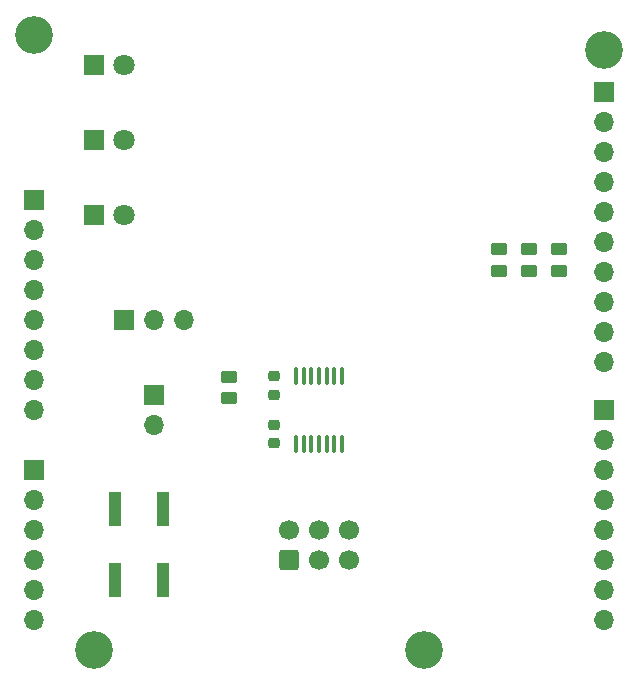
<source format=gbr>
%TF.GenerationSoftware,KiCad,Pcbnew,7.0.10-7.0.10~ubuntu22.04.1*%
%TF.CreationDate,2024-01-22T23:32:41-05:00*%
%TF.ProjectId,arduino_icsp_shield,61726475-696e-46f5-9f69-6373705f7368,rev?*%
%TF.SameCoordinates,Original*%
%TF.FileFunction,Soldermask,Top*%
%TF.FilePolarity,Negative*%
%FSLAX46Y46*%
G04 Gerber Fmt 4.6, Leading zero omitted, Abs format (unit mm)*
G04 Created by KiCad (PCBNEW 7.0.10-7.0.10~ubuntu22.04.1) date 2024-01-22 23:32:41*
%MOMM*%
%LPD*%
G01*
G04 APERTURE LIST*
G04 Aperture macros list*
%AMRoundRect*
0 Rectangle with rounded corners*
0 $1 Rounding radius*
0 $2 $3 $4 $5 $6 $7 $8 $9 X,Y pos of 4 corners*
0 Add a 4 corners polygon primitive as box body*
4,1,4,$2,$3,$4,$5,$6,$7,$8,$9,$2,$3,0*
0 Add four circle primitives for the rounded corners*
1,1,$1+$1,$2,$3*
1,1,$1+$1,$4,$5*
1,1,$1+$1,$6,$7*
1,1,$1+$1,$8,$9*
0 Add four rect primitives between the rounded corners*
20,1,$1+$1,$2,$3,$4,$5,0*
20,1,$1+$1,$4,$5,$6,$7,0*
20,1,$1+$1,$6,$7,$8,$9,0*
20,1,$1+$1,$8,$9,$2,$3,0*%
G04 Aperture macros list end*
%ADD10R,1.700000X1.700000*%
%ADD11O,1.700000X1.700000*%
%ADD12RoundRect,0.225000X-0.250000X0.225000X-0.250000X-0.225000X0.250000X-0.225000X0.250000X0.225000X0*%
%ADD13RoundRect,0.225000X0.250000X-0.225000X0.250000X0.225000X-0.250000X0.225000X-0.250000X-0.225000X0*%
%ADD14R,1.000000X3.000000*%
%ADD15RoundRect,0.100000X0.100000X-0.637500X0.100000X0.637500X-0.100000X0.637500X-0.100000X-0.637500X0*%
%ADD16RoundRect,0.250000X-0.450000X0.262500X-0.450000X-0.262500X0.450000X-0.262500X0.450000X0.262500X0*%
%ADD17RoundRect,0.250000X0.450000X-0.262500X0.450000X0.262500X-0.450000X0.262500X-0.450000X-0.262500X0*%
%ADD18RoundRect,0.250000X0.600000X-0.600000X0.600000X0.600000X-0.600000X0.600000X-0.600000X-0.600000X0*%
%ADD19C,1.700000*%
%ADD20C,3.200000*%
%ADD21R,1.800000X1.800000*%
%ADD22C,1.800000*%
G04 APERTURE END LIST*
D10*
%TO.C,JP2*%
X112700000Y-75870000D03*
D11*
X112700000Y-78410000D03*
%TD*%
D12*
%TO.C,C2*%
X122860000Y-78410000D03*
X122860000Y-79960000D03*
%TD*%
D13*
%TO.C,C1*%
X122860000Y-75870000D03*
X122860000Y-74320000D03*
%TD*%
D14*
%TO.C,SW1*%
X113430000Y-91570000D03*
X113430000Y-85570000D03*
X109430000Y-85570000D03*
X109430000Y-91570000D03*
%TD*%
D15*
%TO.C,U1*%
X124720000Y-80002500D03*
X125370000Y-80002500D03*
X126020000Y-80002500D03*
X126670000Y-80002500D03*
X127320000Y-80002500D03*
X127970000Y-80002500D03*
X128620000Y-80002500D03*
X128620000Y-74277500D03*
X127970000Y-74277500D03*
X127320000Y-74277500D03*
X126670000Y-74277500D03*
X126020000Y-74277500D03*
X125370000Y-74277500D03*
X124720000Y-74277500D03*
%TD*%
D16*
%TO.C,R4*%
X119050000Y-74346000D03*
X119050000Y-76171000D03*
%TD*%
D17*
%TO.C,R3*%
X141910000Y-65352500D03*
X141910000Y-63527500D03*
%TD*%
%TO.C,R2*%
X144450000Y-65352500D03*
X144450000Y-63527500D03*
%TD*%
%TO.C,R1*%
X146990000Y-65352500D03*
X146990000Y-63527500D03*
%TD*%
D18*
%TO.C,J5*%
X124130000Y-89840000D03*
D19*
X124130000Y-87300000D03*
X126670000Y-89840000D03*
X126670000Y-87300000D03*
X129210000Y-89840000D03*
X129210000Y-87300000D03*
%TD*%
D20*
%TO.C,MH1*%
X150800000Y-46660000D03*
%TD*%
D11*
%TO.C,JP1*%
X115240000Y-69520000D03*
X112700000Y-69520000D03*
D10*
X110160000Y-69520000D03*
%TD*%
D21*
%TO.C,D2*%
X107620000Y-60630000D03*
D22*
X110160000Y-60630000D03*
%TD*%
D21*
%TO.C,D3*%
X107620000Y-54280000D03*
D22*
X110160000Y-54280000D03*
%TD*%
D21*
%TO.C,D1*%
X107620000Y-47930000D03*
D22*
X110160000Y-47930000D03*
%TD*%
D20*
%TO.C,MH2*%
X102540000Y-45390000D03*
%TD*%
%TO.C,MH3*%
X135560000Y-97460000D03*
%TD*%
%TO.C,MH4*%
X107620000Y-97460000D03*
%TD*%
D10*
%TO.C,J1*%
X102540000Y-59360000D03*
D11*
X102540000Y-61900000D03*
X102540000Y-64440000D03*
X102540000Y-66980000D03*
X102540000Y-69520000D03*
X102540000Y-72060000D03*
X102540000Y-74600000D03*
X102540000Y-77140000D03*
%TD*%
D10*
%TO.C,J3*%
X102540000Y-82220000D03*
D11*
X102540000Y-84760000D03*
X102540000Y-87300000D03*
X102540000Y-89840000D03*
X102540000Y-92380000D03*
X102540000Y-94920000D03*
%TD*%
D10*
%TO.C,J2*%
X150800000Y-50216000D03*
D11*
X150800000Y-52756000D03*
X150800000Y-55296000D03*
X150800000Y-57836000D03*
X150800000Y-60376000D03*
X150800000Y-62916000D03*
X150800000Y-65456000D03*
X150800000Y-67996000D03*
X150800000Y-70536000D03*
X150800000Y-73076000D03*
%TD*%
D10*
%TO.C,J4*%
X150800000Y-77140000D03*
D11*
X150800000Y-79680000D03*
X150800000Y-82220000D03*
X150800000Y-84760000D03*
X150800000Y-87300000D03*
X150800000Y-89840000D03*
X150800000Y-92380000D03*
X150800000Y-94920000D03*
%TD*%
M02*

</source>
